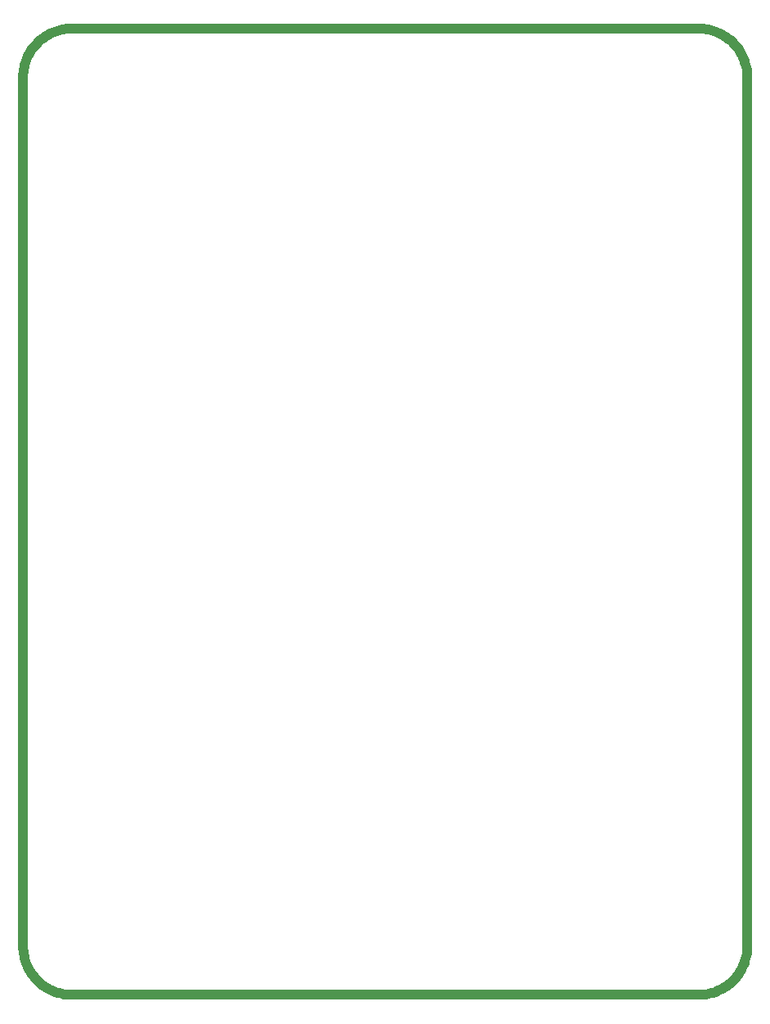
<source format=gko>
G04*
G04 #@! TF.GenerationSoftware,Altium Limited,Altium Designer,20.0.10 (225)*
G04*
G04 Layer_Color=16711935*
%FSLAX25Y25*%
%MOIN*%
G70*
G01*
G75*
%ADD39C,0.03937*%
D39*
X19685Y393701D02*
X18688Y393675D01*
X17694Y393600D01*
X16704Y393474D01*
X15722Y393298D01*
X14751Y393072D01*
X13792Y392798D01*
X12848Y392475D01*
X11922Y392106D01*
X11016Y391689D01*
X10132Y391227D01*
X9272Y390721D01*
X8440Y390173D01*
X7636Y389582D01*
X6863Y388952D01*
X6123Y388283D01*
X5418Y387578D01*
X4749Y386838D01*
X4119Y386065D01*
X3528Y385261D01*
X2979Y384428D01*
X2473Y383569D01*
X2012Y382685D01*
X1595Y381779D01*
X1225Y380852D01*
X903Y379909D01*
X628Y378950D01*
X403Y377978D01*
X227Y376997D01*
X101Y376007D01*
X25Y375013D01*
X0Y374016D01*
X295276D02*
X295250Y375013D01*
X295175Y376007D01*
X295049Y376997D01*
X294873Y377978D01*
X294647Y378950D01*
X294373Y379909D01*
X294050Y380853D01*
X293680Y381779D01*
X293264Y382685D01*
X292802Y383569D01*
X292296Y384428D01*
X291747Y385261D01*
X291157Y386065D01*
X290527Y386838D01*
X289858Y387578D01*
X289153Y388283D01*
X288413Y388952D01*
X287640Y389582D01*
X286836Y390173D01*
X286003Y390721D01*
X285144Y391227D01*
X284260Y391689D01*
X283353Y392106D01*
X282427Y392475D01*
X281484Y392798D01*
X280525Y393072D01*
X279553Y393298D01*
X278571Y393474D01*
X277582Y393600D01*
X276588Y393675D01*
X275590Y393701D01*
Y0D02*
X276588Y25D01*
X277582Y101D01*
X278571Y227D01*
X279553Y403D01*
X280525Y628D01*
X281484Y903D01*
X282427Y1225D01*
X283353Y1595D01*
X284260Y2012D01*
X285144Y2473D01*
X286003Y2980D01*
X286836Y3528D01*
X287640Y4119D01*
X288413Y4749D01*
X289153Y5418D01*
X289858Y6123D01*
X290527Y6863D01*
X291157Y7636D01*
X291747Y8440D01*
X292296Y9272D01*
X292802Y10132D01*
X293264Y11016D01*
X293680Y11922D01*
X294050Y12848D01*
X294373Y13792D01*
X294647Y14751D01*
X294873Y15722D01*
X295049Y16704D01*
X295175Y17694D01*
X295250Y18688D01*
X295276Y19685D01*
X0D02*
X25Y18688D01*
X101Y17694D01*
X227Y16704D01*
X403Y15722D01*
X628Y14751D01*
X903Y13792D01*
X1225Y12848D01*
X1595Y11922D01*
X2012Y11016D01*
X2473Y10132D01*
X2980Y9272D01*
X3528Y8440D01*
X4119Y7636D01*
X4749Y6863D01*
X5418Y6123D01*
X6123Y5418D01*
X6863Y4749D01*
X7636Y4119D01*
X8440Y3528D01*
X9272Y2979D01*
X10132Y2473D01*
X11016Y2012D01*
X11922Y1595D01*
X12848Y1225D01*
X13792Y903D01*
X14751Y628D01*
X15722Y403D01*
X16704Y227D01*
X17694Y101D01*
X18688Y25D01*
X19685Y0D01*
X0Y19685D02*
Y374016D01*
X19685Y393701D02*
X275591D01*
X295276Y19685D02*
Y374016D01*
X19685Y0D02*
X275591D01*
M02*

</source>
